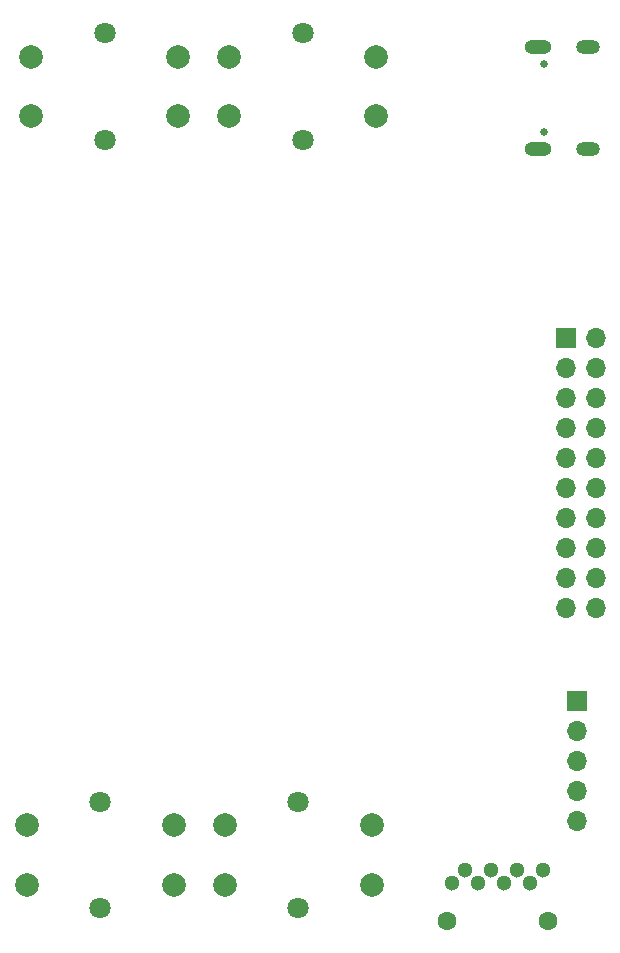
<source format=gbs>
G04 #@! TF.GenerationSoftware,KiCad,Pcbnew,8.0.0*
G04 #@! TF.CreationDate,2024-03-19T09:43:12-05:00*
G04 #@! TF.ProjectId,DesignESP32PCB,44657369-676e-4455-9350-33325043422e,rev?*
G04 #@! TF.SameCoordinates,Original*
G04 #@! TF.FileFunction,Soldermask,Bot*
G04 #@! TF.FilePolarity,Negative*
%FSLAX46Y46*%
G04 Gerber Fmt 4.6, Leading zero omitted, Abs format (unit mm)*
G04 Created by KiCad (PCBNEW 8.0.0) date 2024-03-19 09:43:12*
%MOMM*%
%LPD*%
G01*
G04 APERTURE LIST*
%ADD10R,1.700000X1.700000*%
%ADD11O,1.700000X1.700000*%
%ADD12C,1.799996*%
%ADD13C,2.000000*%
%ADD14C,1.300000*%
%ADD15C,1.600000*%
%ADD16C,0.650000*%
%ADD17O,2.300000X1.200000*%
%ADD18O,2.000000X1.200000*%
G04 APERTURE END LIST*
D10*
G04 #@! TO.C,J2*
X139674600Y-104576800D03*
D11*
X139674600Y-107116800D03*
X139674600Y-109656800D03*
X139674600Y-112196800D03*
X139674600Y-114736800D03*
G04 #@! TD*
D12*
G04 #@! TO.C,SW3*
X99668000Y-48038000D03*
X99668000Y-57038000D03*
D13*
X93418000Y-50038000D03*
X105918000Y-50038000D03*
X93418000Y-55038000D03*
X105918000Y-55038000D03*
G04 #@! TD*
D12*
G04 #@! TO.C,SW2*
X116078000Y-113091901D03*
X116078000Y-122091901D03*
D13*
X109828000Y-115091901D03*
X122328000Y-115091901D03*
X109828000Y-120091901D03*
X122328000Y-120091901D03*
G04 #@! TD*
D12*
G04 #@! TO.C,SW4*
X116432000Y-48038000D03*
X116432000Y-57038000D03*
D13*
X110182000Y-50038000D03*
X122682000Y-50038000D03*
X110182000Y-55038000D03*
X122682000Y-55038000D03*
G04 #@! TD*
D12*
G04 #@! TO.C,SW1*
X99314000Y-113091901D03*
X99314000Y-122091901D03*
D13*
X93064000Y-115091901D03*
X105564000Y-115091901D03*
X93064000Y-120091901D03*
X105564000Y-120091901D03*
G04 #@! TD*
D14*
G04 #@! TO.C,J1*
X129100000Y-120000000D03*
X130200000Y-118900000D03*
X131300000Y-120000000D03*
X132400000Y-118900000D03*
X133500000Y-120000000D03*
X134600000Y-118900000D03*
X135700000Y-120000000D03*
X136800000Y-118900000D03*
D15*
X128650000Y-123170000D03*
X137250000Y-123170000D03*
G04 #@! TD*
D10*
G04 #@! TO.C,J3*
X138709400Y-73812400D03*
D11*
X141249400Y-73812400D03*
X138709400Y-76352400D03*
X141249400Y-76352400D03*
X138709400Y-78892400D03*
X141249400Y-78892400D03*
X138709400Y-81432400D03*
X141249400Y-81432400D03*
X138709400Y-83972400D03*
X141249400Y-83972400D03*
X138709400Y-86512400D03*
X141249400Y-86512400D03*
X138709400Y-89052400D03*
X141249400Y-89052400D03*
X138709400Y-91592400D03*
X141249400Y-91592400D03*
X138709400Y-94132400D03*
X141249400Y-94132400D03*
X138709400Y-96672400D03*
X141249400Y-96672400D03*
G04 #@! TD*
D16*
G04 #@! TO.C,JUSB1*
X136895000Y-56390000D03*
X136895000Y-50610000D03*
D17*
X136395000Y-57820000D03*
D18*
X140575000Y-57820000D03*
D17*
X136395000Y-49180000D03*
D18*
X140575000Y-49180000D03*
G04 #@! TD*
M02*

</source>
